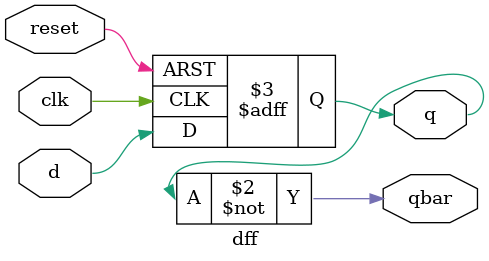
<source format=v>
`timescale 1ns / 1ps


module dff(
    input clk, reset, d,
    output reg q,
    output qbar
    );
    
    always @ (posedge clk or posedge reset) begin
        if (reset) q <= 1'b0;
        else q <= d;
    end
    
    assign qbar = ~q;
    
endmodule

</source>
